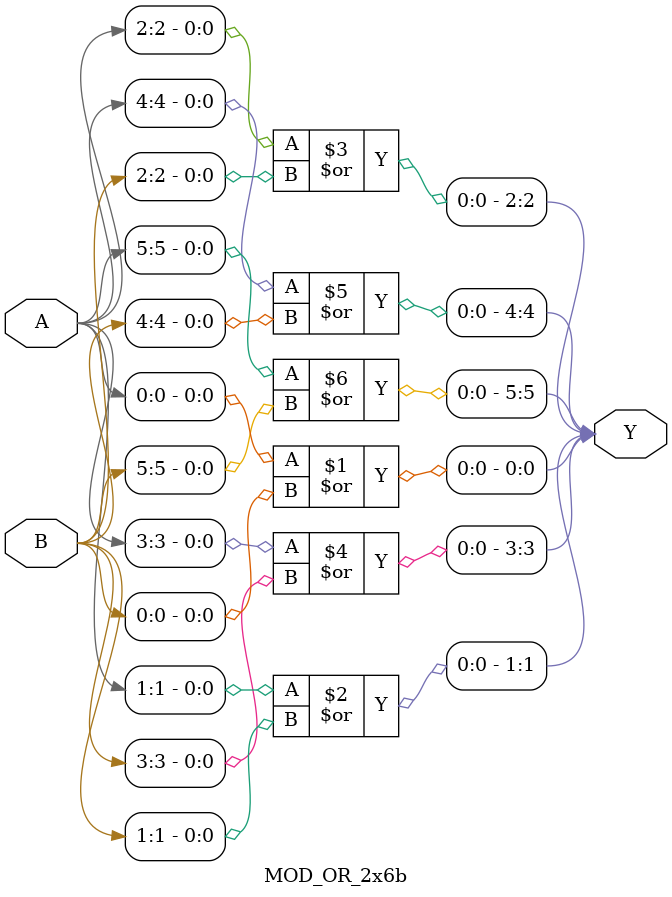
<source format=v>

module MOD_OR_2x6b(
    input [5:0] A,
    input [5:0] B,
    output [5:0] Y
);

    assign Y[0] = A[0] | B[0];
    assign Y[1] = A[1] | B[1];
    assign Y[2] = A[2] | B[2];
    assign Y[3] = A[3] | B[3];
    assign Y[4] = A[4] | B[4];
    assign Y[5] = A[5] | B[5];

endmodule
</source>
